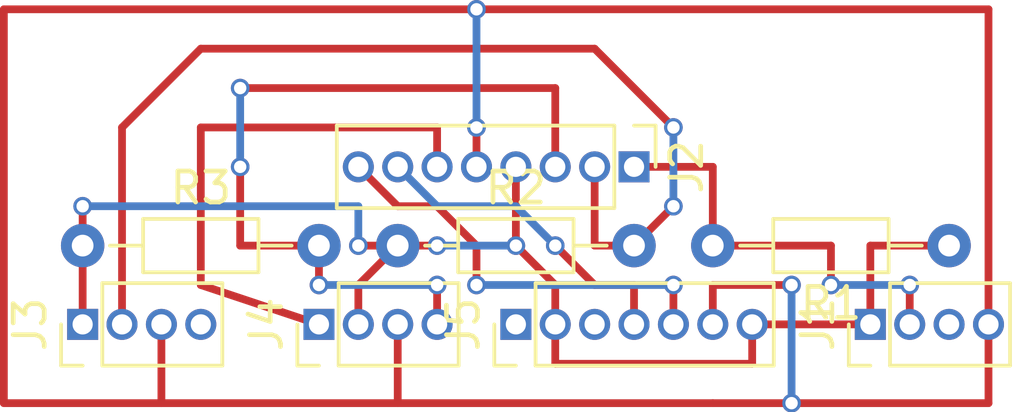
<source format=kicad_pcb>
(kicad_pcb (version 4) (host pcbnew 4.0.6)

  (general
    (links 21)
    (no_connects 0)
    (area 125.6 84.289999 160.25 98.590002)
    (thickness 1.6)
    (drawings 0)
    (tracks 93)
    (zones 0)
    (modules 8)
    (nets 9)
  )

  (page A4)
  (layers
    (0 F.Cu signal)
    (31 B.Cu signal)
    (32 B.Adhes user)
    (33 F.Adhes user)
    (34 B.Paste user)
    (35 F.Paste user)
    (36 B.SilkS user)
    (37 F.SilkS user hide)
    (38 B.Mask user)
    (39 F.Mask user hide)
    (40 Dwgs.User user)
    (41 Cmts.User user)
    (42 Eco1.User user)
    (43 Eco2.User user)
    (44 Edge.Cuts user)
    (45 Margin user)
    (46 B.CrtYd user)
    (47 F.CrtYd user)
    (48 B.Fab user hide)
    (49 F.Fab user hide)
  )

  (setup
    (last_trace_width 0.25)
    (trace_clearance 0.2)
    (zone_clearance 0.508)
    (zone_45_only no)
    (trace_min 0.2)
    (segment_width 0.2)
    (edge_width 0.15)
    (via_size 0.6)
    (via_drill 0.4)
    (via_min_size 0.4)
    (via_min_drill 0.3)
    (uvia_size 0.3)
    (uvia_drill 0.1)
    (uvias_allowed no)
    (uvia_min_size 0.2)
    (uvia_min_drill 0.1)
    (pcb_text_width 0.3)
    (pcb_text_size 1.5 1.5)
    (mod_edge_width 0.15)
    (mod_text_size 1 1)
    (mod_text_width 0.15)
    (pad_size 1.524 1.524)
    (pad_drill 0.762)
    (pad_to_mask_clearance 0.2)
    (aux_axis_origin 0 0)
    (visible_elements 7FFFFFFF)
    (pcbplotparams
      (layerselection 0x00030_80000001)
      (usegerberextensions false)
      (excludeedgelayer true)
      (linewidth 0.100000)
      (plotframeref false)
      (viasonmask false)
      (mode 1)
      (useauxorigin false)
      (hpglpennumber 1)
      (hpglpenspeed 20)
      (hpglpendiameter 15)
      (hpglpenoverlay 2)
      (psnegative false)
      (psa4output false)
      (plotreference true)
      (plotvalue true)
      (plotinvisibletext false)
      (padsonsilk false)
      (subtractmaskfromsilk false)
      (outputformat 1)
      (mirror false)
      (drillshape 1)
      (scaleselection 1)
      (outputdirectory ""))
  )

  (net 0 "")
  (net 1 /Data_DHT11)
  (net 2 /SCL)
  (net 3 /SDA)
  (net 4 +3V3)
  (net 5 GND)
  (net 6 "Net-(J2-Pad2)")
  (net 7 /DataSHT75)
  (net 8 "Net-(J2-Pad6)")

  (net_class Default "This is the default net class."
    (clearance 0.2)
    (trace_width 0.25)
    (via_dia 0.6)
    (via_drill 0.4)
    (uvia_dia 0.3)
    (uvia_drill 0.1)
    (add_net +3V3)
    (add_net /DataSHT75)
    (add_net /Data_DHT11)
    (add_net /SCL)
    (add_net /SDA)
    (add_net GND)
    (add_net "Net-(J2-Pad2)")
    (add_net "Net-(J2-Pad6)")
  )

  (module Pin_Headers:Pin_Header_Straight_1x08_Pitch1.27mm (layer F.Cu) (tedit 58CD4ED1) (tstamp 5963C9BB)
    (at 146.05 90.17 270)
    (descr "Through hole straight pin header, 1x08, 1.27mm pitch, single row")
    (tags "Through hole pin header THT 1x08 1.27mm single row")
    (path /5963BC06)
    (fp_text reference J2 (at 0 -1.695 270) (layer F.SilkS)
      (effects (font (size 1 1) (thickness 0.15)))
    )
    (fp_text value Arduino (at 0 10.585 270) (layer F.Fab)
      (effects (font (size 1 1) (thickness 0.15)))
    )
    (fp_line (start -1.27 -0.635) (end -1.27 9.525) (layer F.Fab) (width 0.1))
    (fp_line (start -1.27 9.525) (end 1.27 9.525) (layer F.Fab) (width 0.1))
    (fp_line (start 1.27 9.525) (end 1.27 -0.635) (layer F.Fab) (width 0.1))
    (fp_line (start 1.27 -0.635) (end -1.27 -0.635) (layer F.Fab) (width 0.1))
    (fp_line (start -1.33 0.635) (end -1.33 9.585) (layer F.SilkS) (width 0.12))
    (fp_line (start -1.33 9.585) (end 1.33 9.585) (layer F.SilkS) (width 0.12))
    (fp_line (start 1.33 9.585) (end 1.33 0.635) (layer F.SilkS) (width 0.12))
    (fp_line (start 1.33 0.635) (end -1.33 0.635) (layer F.SilkS) (width 0.12))
    (fp_line (start -1.33 0) (end -1.33 -0.695) (layer F.SilkS) (width 0.12))
    (fp_line (start -1.33 -0.695) (end 0 -0.695) (layer F.SilkS) (width 0.12))
    (fp_line (start -1.8 -1.15) (end -1.8 10.05) (layer F.CrtYd) (width 0.05))
    (fp_line (start -1.8 10.05) (end 1.8 10.05) (layer F.CrtYd) (width 0.05))
    (fp_line (start 1.8 10.05) (end 1.8 -1.15) (layer F.CrtYd) (width 0.05))
    (fp_line (start 1.8 -1.15) (end -1.8 -1.15) (layer F.CrtYd) (width 0.05))
    (fp_text user %R (at 0 -1.695 270) (layer F.Fab)
      (effects (font (size 1 1) (thickness 0.15)))
    )
    (pad 1 thru_hole rect (at 0 0 270) (size 1 1) (drill 0.65) (layers *.Cu *.Mask)
      (net 1 /Data_DHT11))
    (pad 2 thru_hole oval (at 0 1.27 270) (size 1 1) (drill 0.65) (layers *.Cu *.Mask)
      (net 6 "Net-(J2-Pad2)"))
    (pad 3 thru_hole oval (at 0 2.54 270) (size 1 1) (drill 0.65) (layers *.Cu *.Mask)
      (net 7 /DataSHT75))
    (pad 4 thru_hole oval (at 0 3.81 270) (size 1 1) (drill 0.65) (layers *.Cu *.Mask)
      (net 4 +3V3))
    (pad 5 thru_hole oval (at 0 5.08 270) (size 1 1) (drill 0.65) (layers *.Cu *.Mask)
      (net 5 GND))
    (pad 6 thru_hole oval (at 0 6.35 270) (size 1 1) (drill 0.65) (layers *.Cu *.Mask)
      (net 8 "Net-(J2-Pad6)"))
    (pad 7 thru_hole oval (at 0 7.62 270) (size 1 1) (drill 0.65) (layers *.Cu *.Mask)
      (net 3 /SDA))
    (pad 8 thru_hole oval (at 0 8.89 270) (size 1 1) (drill 0.65) (layers *.Cu *.Mask)
      (net 2 /SCL))
    (model ${KISYS3DMOD}/Pin_Headers.3dshapes/Pin_Header_Straight_1x08_Pitch1.27mm.wrl
      (at (xyz 0 0 0))
      (scale (xyz 1 1 1))
      (rotate (xyz 0 0 0))
    )
  )

  (module Resistors_THT:R_Axial_DIN0204_L3.6mm_D1.6mm_P7.62mm_Horizontal (layer F.Cu) (tedit 5874F706) (tstamp 5963C5C3)
    (at 156.21 92.71 180)
    (descr "Resistor, Axial_DIN0204 series, Axial, Horizontal, pin pitch=7.62mm, 0.16666666666666666W = 1/6W, length*diameter=3.6*1.6mm^2, http://cdn-reichelt.de/documents/datenblatt/B400/1_4W%23YAG.pdf")
    (tags "Resistor Axial_DIN0204 series Axial Horizontal pin pitch 7.62mm 0.16666666666666666W = 1/6W length 3.6mm diameter 1.6mm")
    (path /5963B018)
    (fp_text reference R1 (at 3.81 -1.86 180) (layer F.SilkS)
      (effects (font (size 1 1) (thickness 0.15)))
    )
    (fp_text value R (at 3.81 1.86 180) (layer F.Fab)
      (effects (font (size 1 1) (thickness 0.15)))
    )
    (fp_line (start 2.01 -0.8) (end 2.01 0.8) (layer F.Fab) (width 0.1))
    (fp_line (start 2.01 0.8) (end 5.61 0.8) (layer F.Fab) (width 0.1))
    (fp_line (start 5.61 0.8) (end 5.61 -0.8) (layer F.Fab) (width 0.1))
    (fp_line (start 5.61 -0.8) (end 2.01 -0.8) (layer F.Fab) (width 0.1))
    (fp_line (start 0 0) (end 2.01 0) (layer F.Fab) (width 0.1))
    (fp_line (start 7.62 0) (end 5.61 0) (layer F.Fab) (width 0.1))
    (fp_line (start 1.95 -0.86) (end 1.95 0.86) (layer F.SilkS) (width 0.12))
    (fp_line (start 1.95 0.86) (end 5.67 0.86) (layer F.SilkS) (width 0.12))
    (fp_line (start 5.67 0.86) (end 5.67 -0.86) (layer F.SilkS) (width 0.12))
    (fp_line (start 5.67 -0.86) (end 1.95 -0.86) (layer F.SilkS) (width 0.12))
    (fp_line (start 0.88 0) (end 1.95 0) (layer F.SilkS) (width 0.12))
    (fp_line (start 6.74 0) (end 5.67 0) (layer F.SilkS) (width 0.12))
    (fp_line (start -0.95 -1.15) (end -0.95 1.15) (layer F.CrtYd) (width 0.05))
    (fp_line (start -0.95 1.15) (end 8.6 1.15) (layer F.CrtYd) (width 0.05))
    (fp_line (start 8.6 1.15) (end 8.6 -1.15) (layer F.CrtYd) (width 0.05))
    (fp_line (start 8.6 -1.15) (end -0.95 -1.15) (layer F.CrtYd) (width 0.05))
    (pad 1 thru_hole circle (at 0 0 180) (size 1.4 1.4) (drill 0.7) (layers *.Cu *.Mask)
      (net 4 +3V3))
    (pad 2 thru_hole oval (at 7.62 0 180) (size 1.4 1.4) (drill 0.7) (layers *.Cu *.Mask)
      (net 1 /Data_DHT11))
    (model Resistors_THT.3dshapes/R_Axial_DIN0204_L3.6mm_D1.6mm_P7.62mm_Horizontal.wrl
      (at (xyz 0 0 0))
      (scale (xyz 0.393701 0.393701 0.393701))
      (rotate (xyz 0 0 0))
    )
  )

  (module Pin_Headers:Pin_Header_Straight_1x04_Pitch1.27mm (layer F.Cu) (tedit 58CD4ED0) (tstamp 5963C9A5)
    (at 153.67 95.25 90)
    (descr "Through hole straight pin header, 1x04, 1.27mm pitch, single row")
    (tags "Through hole pin header THT 1x04 1.27mm single row")
    (path /595D08DD)
    (fp_text reference J1 (at 0 -1.695 90) (layer F.SilkS)
      (effects (font (size 1 1) (thickness 0.15)))
    )
    (fp_text value "DHT 11" (at 0 5.505 90) (layer F.Fab)
      (effects (font (size 1 1) (thickness 0.15)))
    )
    (fp_line (start -1.27 -0.635) (end -1.27 4.445) (layer F.Fab) (width 0.1))
    (fp_line (start -1.27 4.445) (end 1.27 4.445) (layer F.Fab) (width 0.1))
    (fp_line (start 1.27 4.445) (end 1.27 -0.635) (layer F.Fab) (width 0.1))
    (fp_line (start 1.27 -0.635) (end -1.27 -0.635) (layer F.Fab) (width 0.1))
    (fp_line (start -1.33 0.635) (end -1.33 4.505) (layer F.SilkS) (width 0.12))
    (fp_line (start -1.33 4.505) (end 1.33 4.505) (layer F.SilkS) (width 0.12))
    (fp_line (start 1.33 4.505) (end 1.33 0.635) (layer F.SilkS) (width 0.12))
    (fp_line (start 1.33 0.635) (end -1.33 0.635) (layer F.SilkS) (width 0.12))
    (fp_line (start -1.33 0) (end -1.33 -0.695) (layer F.SilkS) (width 0.12))
    (fp_line (start -1.33 -0.695) (end 0 -0.695) (layer F.SilkS) (width 0.12))
    (fp_line (start -1.8 -1.15) (end -1.8 4.95) (layer F.CrtYd) (width 0.05))
    (fp_line (start -1.8 4.95) (end 1.8 4.95) (layer F.CrtYd) (width 0.05))
    (fp_line (start 1.8 4.95) (end 1.8 -1.15) (layer F.CrtYd) (width 0.05))
    (fp_line (start 1.8 -1.15) (end -1.8 -1.15) (layer F.CrtYd) (width 0.05))
    (fp_text user %R (at 0 -1.695 90) (layer F.Fab)
      (effects (font (size 1 1) (thickness 0.15)))
    )
    (pad 1 thru_hole rect (at 0 0 90) (size 1 1) (drill 0.65) (layers *.Cu *.Mask)
      (net 4 +3V3))
    (pad 2 thru_hole oval (at 0 1.27 90) (size 1 1) (drill 0.65) (layers *.Cu *.Mask)
      (net 1 /Data_DHT11))
    (pad 3 thru_hole oval (at 0 2.54 90) (size 1 1) (drill 0.65) (layers *.Cu *.Mask))
    (pad 4 thru_hole oval (at 0 3.81 90) (size 1 1) (drill 0.65) (layers *.Cu *.Mask)
      (net 5 GND))
    (model ${KISYS3DMOD}/Pin_Headers.3dshapes/Pin_Header_Straight_1x04_Pitch1.27mm.wrl
      (at (xyz 0 0 0))
      (scale (xyz 1 1 1))
      (rotate (xyz 0 0 0))
    )
  )

  (module Resistors_THT:R_Axial_DIN0204_L3.6mm_D1.6mm_P7.62mm_Horizontal (layer F.Cu) (tedit 5874F706) (tstamp 5963C5D9)
    (at 138.43 92.71)
    (descr "Resistor, Axial_DIN0204 series, Axial, Horizontal, pin pitch=7.62mm, 0.16666666666666666W = 1/6W, length*diameter=3.6*1.6mm^2, http://cdn-reichelt.de/documents/datenblatt/B400/1_4W%23YAG.pdf")
    (tags "Resistor Axial_DIN0204 series Axial Horizontal pin pitch 7.62mm 0.16666666666666666W = 1/6W length 3.6mm diameter 1.6mm")
    (path /5963B4BA)
    (fp_text reference R2 (at 3.81 -1.86) (layer F.SilkS)
      (effects (font (size 1 1) (thickness 0.15)))
    )
    (fp_text value R (at 3.81 1.86) (layer F.Fab)
      (effects (font (size 1 1) (thickness 0.15)))
    )
    (fp_line (start 2.01 -0.8) (end 2.01 0.8) (layer F.Fab) (width 0.1))
    (fp_line (start 2.01 0.8) (end 5.61 0.8) (layer F.Fab) (width 0.1))
    (fp_line (start 5.61 0.8) (end 5.61 -0.8) (layer F.Fab) (width 0.1))
    (fp_line (start 5.61 -0.8) (end 2.01 -0.8) (layer F.Fab) (width 0.1))
    (fp_line (start 0 0) (end 2.01 0) (layer F.Fab) (width 0.1))
    (fp_line (start 7.62 0) (end 5.61 0) (layer F.Fab) (width 0.1))
    (fp_line (start 1.95 -0.86) (end 1.95 0.86) (layer F.SilkS) (width 0.12))
    (fp_line (start 1.95 0.86) (end 5.67 0.86) (layer F.SilkS) (width 0.12))
    (fp_line (start 5.67 0.86) (end 5.67 -0.86) (layer F.SilkS) (width 0.12))
    (fp_line (start 5.67 -0.86) (end 1.95 -0.86) (layer F.SilkS) (width 0.12))
    (fp_line (start 0.88 0) (end 1.95 0) (layer F.SilkS) (width 0.12))
    (fp_line (start 6.74 0) (end 5.67 0) (layer F.SilkS) (width 0.12))
    (fp_line (start -0.95 -1.15) (end -0.95 1.15) (layer F.CrtYd) (width 0.05))
    (fp_line (start -0.95 1.15) (end 8.6 1.15) (layer F.CrtYd) (width 0.05))
    (fp_line (start 8.6 1.15) (end 8.6 -1.15) (layer F.CrtYd) (width 0.05))
    (fp_line (start 8.6 -1.15) (end -0.95 -1.15) (layer F.CrtYd) (width 0.05))
    (pad 1 thru_hole circle (at 0 0) (size 1.4 1.4) (drill 0.7) (layers *.Cu *.Mask)
      (net 4 +3V3))
    (pad 2 thru_hole oval (at 7.62 0) (size 1.4 1.4) (drill 0.7) (layers *.Cu *.Mask)
      (net 6 "Net-(J2-Pad2)"))
    (model Resistors_THT.3dshapes/R_Axial_DIN0204_L3.6mm_D1.6mm_P7.62mm_Horizontal.wrl
      (at (xyz 0 0 0))
      (scale (xyz 0.393701 0.393701 0.393701))
      (rotate (xyz 0 0 0))
    )
  )

  (module Pin_Headers:Pin_Header_Straight_1x04_Pitch1.27mm (layer F.Cu) (tedit 58CD4ED0) (tstamp 5963C9EB)
    (at 135.89 95.25 90)
    (descr "Through hole straight pin header, 1x04, 1.27mm pitch, single row")
    (tags "Through hole pin header THT 1x04 1.27mm single row")
    (path /595D098A)
    (fp_text reference J4 (at 0 -1.695 90) (layer F.SilkS)
      (effects (font (size 1 1) (thickness 0.15)))
    )
    (fp_text value "SHT 75" (at 0 5.505 90) (layer F.Fab)
      (effects (font (size 1 1) (thickness 0.15)))
    )
    (fp_line (start -1.27 -0.635) (end -1.27 4.445) (layer F.Fab) (width 0.1))
    (fp_line (start -1.27 4.445) (end 1.27 4.445) (layer F.Fab) (width 0.1))
    (fp_line (start 1.27 4.445) (end 1.27 -0.635) (layer F.Fab) (width 0.1))
    (fp_line (start 1.27 -0.635) (end -1.27 -0.635) (layer F.Fab) (width 0.1))
    (fp_line (start -1.33 0.635) (end -1.33 4.505) (layer F.SilkS) (width 0.12))
    (fp_line (start -1.33 4.505) (end 1.33 4.505) (layer F.SilkS) (width 0.12))
    (fp_line (start 1.33 4.505) (end 1.33 0.635) (layer F.SilkS) (width 0.12))
    (fp_line (start 1.33 0.635) (end -1.33 0.635) (layer F.SilkS) (width 0.12))
    (fp_line (start -1.33 0) (end -1.33 -0.695) (layer F.SilkS) (width 0.12))
    (fp_line (start -1.33 -0.695) (end 0 -0.695) (layer F.SilkS) (width 0.12))
    (fp_line (start -1.8 -1.15) (end -1.8 4.95) (layer F.CrtYd) (width 0.05))
    (fp_line (start -1.8 4.95) (end 1.8 4.95) (layer F.CrtYd) (width 0.05))
    (fp_line (start 1.8 4.95) (end 1.8 -1.15) (layer F.CrtYd) (width 0.05))
    (fp_line (start 1.8 -1.15) (end -1.8 -1.15) (layer F.CrtYd) (width 0.05))
    (fp_text user %R (at 0 -1.695 90) (layer F.Fab)
      (effects (font (size 1 1) (thickness 0.15)))
    )
    (pad 1 thru_hole rect (at 0 0 90) (size 1 1) (drill 0.65) (layers *.Cu *.Mask)
      (net 8 "Net-(J2-Pad6)"))
    (pad 2 thru_hole oval (at 0 1.27 90) (size 1 1) (drill 0.65) (layers *.Cu *.Mask)
      (net 4 +3V3))
    (pad 3 thru_hole oval (at 0 2.54 90) (size 1 1) (drill 0.65) (layers *.Cu *.Mask)
      (net 5 GND))
    (pad 4 thru_hole oval (at 0 3.81 90) (size 1 1) (drill 0.65) (layers *.Cu *.Mask)
      (net 7 /DataSHT75))
    (model ${KISYS3DMOD}/Pin_Headers.3dshapes/Pin_Header_Straight_1x04_Pitch1.27mm.wrl
      (at (xyz 0 0 0))
      (scale (xyz 1 1 1))
      (rotate (xyz 0 0 0))
    )
  )

  (module Pin_Headers:Pin_Header_Straight_1x07_Pitch1.27mm (layer F.Cu) (tedit 58CD4ED0) (tstamp 5963CA01)
    (at 142.24 95.25 90)
    (descr "Through hole straight pin header, 1x07, 1.27mm pitch, single row")
    (tags "Through hole pin header THT 1x07 1.27mm single row")
    (path /595D421D)
    (fp_text reference J5 (at 0 -1.695 90) (layer F.SilkS)
      (effects (font (size 1 1) (thickness 0.15)))
    )
    (fp_text value "SHT 31" (at 0 9.315 90) (layer F.Fab)
      (effects (font (size 1 1) (thickness 0.15)))
    )
    (fp_line (start -1.27 -0.635) (end -1.27 8.255) (layer F.Fab) (width 0.1))
    (fp_line (start -1.27 8.255) (end 1.27 8.255) (layer F.Fab) (width 0.1))
    (fp_line (start 1.27 8.255) (end 1.27 -0.635) (layer F.Fab) (width 0.1))
    (fp_line (start 1.27 -0.635) (end -1.27 -0.635) (layer F.Fab) (width 0.1))
    (fp_line (start -1.33 0.635) (end -1.33 8.315) (layer F.SilkS) (width 0.12))
    (fp_line (start -1.33 8.315) (end 1.33 8.315) (layer F.SilkS) (width 0.12))
    (fp_line (start 1.33 8.315) (end 1.33 0.635) (layer F.SilkS) (width 0.12))
    (fp_line (start 1.33 0.635) (end -1.33 0.635) (layer F.SilkS) (width 0.12))
    (fp_line (start -1.33 0) (end -1.33 -0.695) (layer F.SilkS) (width 0.12))
    (fp_line (start -1.33 -0.695) (end 0 -0.695) (layer F.SilkS) (width 0.12))
    (fp_line (start -1.8 -1.15) (end -1.8 8.8) (layer F.CrtYd) (width 0.05))
    (fp_line (start -1.8 8.8) (end 1.8 8.8) (layer F.CrtYd) (width 0.05))
    (fp_line (start 1.8 8.8) (end 1.8 -1.15) (layer F.CrtYd) (width 0.05))
    (fp_line (start 1.8 -1.15) (end -1.8 -1.15) (layer F.CrtYd) (width 0.05))
    (fp_text user %R (at 0 -1.695 90) (layer F.Fab)
      (effects (font (size 1 1) (thickness 0.15)))
    )
    (pad 1 thru_hole rect (at 0 0 90) (size 1 1) (drill 0.65) (layers *.Cu *.Mask))
    (pad 2 thru_hole oval (at 0 1.27 90) (size 1 1) (drill 0.65) (layers *.Cu *.Mask)
      (net 4 +3V3))
    (pad 3 thru_hole oval (at 0 2.54 90) (size 1 1) (drill 0.65) (layers *.Cu *.Mask))
    (pad 4 thru_hole oval (at 0 3.81 90) (size 1 1) (drill 0.65) (layers *.Cu *.Mask)
      (net 3 /SDA))
    (pad 5 thru_hole oval (at 0 5.08 90) (size 1 1) (drill 0.65) (layers *.Cu *.Mask)
      (net 2 /SCL))
    (pad 6 thru_hole oval (at 0 6.35 90) (size 1 1) (drill 0.65) (layers *.Cu *.Mask)
      (net 5 GND))
    (pad 7 thru_hole oval (at 0 7.62 90) (size 1 1) (drill 0.65) (layers *.Cu *.Mask)
      (net 4 +3V3))
    (model ${KISYS3DMOD}/Pin_Headers.3dshapes/Pin_Header_Straight_1x07_Pitch1.27mm.wrl
      (at (xyz 0 0 0))
      (scale (xyz 1 1 1))
      (rotate (xyz 0 0 0))
    )
  )

  (module Resistors_THT:R_Axial_DIN0204_L3.6mm_D1.6mm_P7.62mm_Horizontal (layer F.Cu) (tedit 5874F706) (tstamp 5963C5EF)
    (at 128.27 92.71)
    (descr "Resistor, Axial_DIN0204 series, Axial, Horizontal, pin pitch=7.62mm, 0.16666666666666666W = 1/6W, length*diameter=3.6*1.6mm^2, http://cdn-reichelt.de/documents/datenblatt/B400/1_4W%23YAG.pdf")
    (tags "Resistor Axial_DIN0204 series Axial Horizontal pin pitch 7.62mm 0.16666666666666666W = 1/6W length 3.6mm diameter 1.6mm")
    (path /595D19A6)
    (fp_text reference R3 (at 3.81 -1.86) (layer F.SilkS)
      (effects (font (size 1 1) (thickness 0.15)))
    )
    (fp_text value 10K (at 3.81 1.86) (layer F.Fab)
      (effects (font (size 1 1) (thickness 0.15)))
    )
    (fp_line (start 2.01 -0.8) (end 2.01 0.8) (layer F.Fab) (width 0.1))
    (fp_line (start 2.01 0.8) (end 5.61 0.8) (layer F.Fab) (width 0.1))
    (fp_line (start 5.61 0.8) (end 5.61 -0.8) (layer F.Fab) (width 0.1))
    (fp_line (start 5.61 -0.8) (end 2.01 -0.8) (layer F.Fab) (width 0.1))
    (fp_line (start 0 0) (end 2.01 0) (layer F.Fab) (width 0.1))
    (fp_line (start 7.62 0) (end 5.61 0) (layer F.Fab) (width 0.1))
    (fp_line (start 1.95 -0.86) (end 1.95 0.86) (layer F.SilkS) (width 0.12))
    (fp_line (start 1.95 0.86) (end 5.67 0.86) (layer F.SilkS) (width 0.12))
    (fp_line (start 5.67 0.86) (end 5.67 -0.86) (layer F.SilkS) (width 0.12))
    (fp_line (start 5.67 -0.86) (end 1.95 -0.86) (layer F.SilkS) (width 0.12))
    (fp_line (start 0.88 0) (end 1.95 0) (layer F.SilkS) (width 0.12))
    (fp_line (start 6.74 0) (end 5.67 0) (layer F.SilkS) (width 0.12))
    (fp_line (start -0.95 -1.15) (end -0.95 1.15) (layer F.CrtYd) (width 0.05))
    (fp_line (start -0.95 1.15) (end 8.6 1.15) (layer F.CrtYd) (width 0.05))
    (fp_line (start 8.6 1.15) (end 8.6 -1.15) (layer F.CrtYd) (width 0.05))
    (fp_line (start 8.6 -1.15) (end -0.95 -1.15) (layer F.CrtYd) (width 0.05))
    (pad 1 thru_hole circle (at 0 0) (size 1.4 1.4) (drill 0.7) (layers *.Cu *.Mask)
      (net 4 +3V3))
    (pad 2 thru_hole oval (at 7.62 0) (size 1.4 1.4) (drill 0.7) (layers *.Cu *.Mask)
      (net 7 /DataSHT75))
    (model Resistors_THT.3dshapes/R_Axial_DIN0204_L3.6mm_D1.6mm_P7.62mm_Horizontal.wrl
      (at (xyz 0 0 0))
      (scale (xyz 0.393701 0.393701 0.393701))
      (rotate (xyz 0 0 0))
    )
  )

  (module Pin_Headers:Pin_Header_Straight_1x04_Pitch1.27mm (layer F.Cu) (tedit 58CD4ED0) (tstamp 5963C9D5)
    (at 128.27 95.25 90)
    (descr "Through hole straight pin header, 1x04, 1.27mm pitch, single row")
    (tags "Through hole pin header THT 1x04 1.27mm single row")
    (path /595D0957)
    (fp_text reference J3 (at 0 -1.695 90) (layer F.SilkS)
      (effects (font (size 1 1) (thickness 0.15)))
    )
    (fp_text value "DHT 22" (at 0 5.505 90) (layer F.Fab)
      (effects (font (size 1 1) (thickness 0.15)))
    )
    (fp_line (start -1.27 -0.635) (end -1.27 4.445) (layer F.Fab) (width 0.1))
    (fp_line (start -1.27 4.445) (end 1.27 4.445) (layer F.Fab) (width 0.1))
    (fp_line (start 1.27 4.445) (end 1.27 -0.635) (layer F.Fab) (width 0.1))
    (fp_line (start 1.27 -0.635) (end -1.27 -0.635) (layer F.Fab) (width 0.1))
    (fp_line (start -1.33 0.635) (end -1.33 4.505) (layer F.SilkS) (width 0.12))
    (fp_line (start -1.33 4.505) (end 1.33 4.505) (layer F.SilkS) (width 0.12))
    (fp_line (start 1.33 4.505) (end 1.33 0.635) (layer F.SilkS) (width 0.12))
    (fp_line (start 1.33 0.635) (end -1.33 0.635) (layer F.SilkS) (width 0.12))
    (fp_line (start -1.33 0) (end -1.33 -0.695) (layer F.SilkS) (width 0.12))
    (fp_line (start -1.33 -0.695) (end 0 -0.695) (layer F.SilkS) (width 0.12))
    (fp_line (start -1.8 -1.15) (end -1.8 4.95) (layer F.CrtYd) (width 0.05))
    (fp_line (start -1.8 4.95) (end 1.8 4.95) (layer F.CrtYd) (width 0.05))
    (fp_line (start 1.8 4.95) (end 1.8 -1.15) (layer F.CrtYd) (width 0.05))
    (fp_line (start 1.8 -1.15) (end -1.8 -1.15) (layer F.CrtYd) (width 0.05))
    (fp_text user %R (at 0 -1.695 90) (layer F.Fab)
      (effects (font (size 1 1) (thickness 0.15)))
    )
    (pad 1 thru_hole rect (at 0 0 90) (size 1 1) (drill 0.65) (layers *.Cu *.Mask)
      (net 4 +3V3))
    (pad 2 thru_hole oval (at 0 1.27 90) (size 1 1) (drill 0.65) (layers *.Cu *.Mask)
      (net 6 "Net-(J2-Pad2)"))
    (pad 3 thru_hole oval (at 0 2.54 90) (size 1 1) (drill 0.65) (layers *.Cu *.Mask)
      (net 5 GND))
    (pad 4 thru_hole oval (at 0 3.81 90) (size 1 1) (drill 0.65) (layers *.Cu *.Mask))
    (model ${KISYS3DMOD}/Pin_Headers.3dshapes/Pin_Header_Straight_1x04_Pitch1.27mm.wrl
      (at (xyz 0 0 0))
      (scale (xyz 1 1 1))
      (rotate (xyz 0 0 0))
    )
  )

  (segment (start 152.4 93.98) (end 154.94 93.98) (width 0.25) (layer B.Cu) (net 1) (tstamp 5964C770))
  (via (at 152.4 93.98) (size 0.6) (drill 0.4) (layers F.Cu B.Cu) (net 1))
  (segment (start 152.4 92.71) (end 152.4 93.98) (width 0.25) (layer F.Cu) (net 1) (tstamp 5964C76A))
  (segment (start 148.59 92.71) (end 152.4 92.71) (width 0.25) (layer F.Cu) (net 1))
  (via (at 154.94 93.98) (size 0.6) (drill 0.4) (layers F.Cu B.Cu) (net 1))
  (segment (start 154.94 93.98) (end 154.94 95.25) (width 0.25) (layer F.Cu) (net 1))
  (segment (start 148.59 92.71) (end 148.59 90.17) (width 0.25) (layer F.Cu) (net 1))
  (segment (start 148.59 90.17) (end 146.05 90.17) (width 0.25) (layer F.Cu) (net 1) (tstamp 5963D49E))
  (segment (start 139.7 91.44) (end 138.43 91.44) (width 0.25) (layer F.Cu) (net 2) (tstamp 5964C66D))
  (segment (start 147.32 95.25) (end 147.32 93.98) (width 0.25) (layer F.Cu) (net 2))
  (via (at 147.32 93.98) (size 0.6) (drill 0.4) (layers F.Cu B.Cu) (net 2))
  (segment (start 147.32 93.98) (end 140.97 93.98) (width 0.25) (layer B.Cu) (net 2) (tstamp 5964C65D))
  (via (at 140.97 93.98) (size 0.6) (drill 0.4) (layers F.Cu B.Cu) (net 2))
  (segment (start 140.97 93.98) (end 140.97 92.71) (width 0.25) (layer F.Cu) (net 2) (tstamp 5964C669))
  (segment (start 140.97 92.71) (end 139.7 91.44) (width 0.25) (layer F.Cu) (net 2) (tstamp 5964C66A))
  (segment (start 138.43 91.44) (end 137.16 90.17) (width 0.25) (layer F.Cu) (net 2) (tstamp 5964C674))
  (segment (start 142.24 91.44) (end 139.7 91.44) (width 0.25) (layer B.Cu) (net 3) (tstamp 5963D563))
  (segment (start 139.7 91.44) (end 138.43 90.17) (width 0.25) (layer B.Cu) (net 3) (tstamp 5963D569))
  (segment (start 146.05 93.98) (end 144.78 93.98) (width 0.25) (layer F.Cu) (net 3) (tstamp 5963D55D))
  (segment (start 144.78 93.98) (end 143.51 92.71) (width 0.25) (layer F.Cu) (net 3) (tstamp 5963D55E))
  (via (at 143.51 92.71) (size 0.6) (drill 0.4) (layers F.Cu B.Cu) (net 3))
  (segment (start 143.51 92.71) (end 142.24 91.44) (width 0.25) (layer B.Cu) (net 3) (tstamp 5963D562))
  (segment (start 146.05 93.98) (end 146.05 95.25) (width 0.25) (layer F.Cu) (net 3))
  (segment (start 138.43 92.71) (end 137.16 92.71) (width 0.25) (layer F.Cu) (net 4))
  (segment (start 128.27 91.44) (end 128.27 92.71) (width 0.25) (layer F.Cu) (net 4) (tstamp 5964ABD4))
  (via (at 128.27 91.44) (size 0.6) (drill 0.4) (layers F.Cu B.Cu) (net 4))
  (segment (start 137.16 91.44) (end 128.27 91.44) (width 0.25) (layer B.Cu) (net 4) (tstamp 5964ABC2))
  (segment (start 137.16 92.71) (end 137.16 91.44) (width 0.25) (layer B.Cu) (net 4) (tstamp 5964ABC1))
  (via (at 137.16 92.71) (size 0.6) (drill 0.4) (layers F.Cu B.Cu) (net 4))
  (segment (start 138.43 92.71) (end 139.7 92.71) (width 0.25) (layer F.Cu) (net 4))
  (via (at 142.24 92.71) (size 0.6) (drill 0.4) (layers F.Cu B.Cu) (net 4))
  (segment (start 139.7 92.71) (end 142.24 92.71) (width 0.25) (layer B.Cu) (net 4) (tstamp 5964A843))
  (via (at 139.7 92.71) (size 0.6) (drill 0.4) (layers F.Cu B.Cu) (net 4))
  (segment (start 128.27 95.25) (end 128.27 92.71) (width 0.25) (layer F.Cu) (net 4))
  (segment (start 142.24 90.17) (end 142.24 92.71) (width 0.25) (layer F.Cu) (net 4))
  (segment (start 143.51 95.25) (end 143.51 93.98) (width 0.25) (layer F.Cu) (net 4))
  (segment (start 143.51 93.98) (end 142.24 92.71) (width 0.25) (layer F.Cu) (net 4) (tstamp 5963D510))
  (segment (start 138.43 92.71) (end 137.16 93.98) (width 0.25) (layer F.Cu) (net 4))
  (segment (start 137.16 93.98) (end 137.16 95.25) (width 0.25) (layer F.Cu) (net 4) (tstamp 5963D4F9))
  (segment (start 143.51 95.25) (end 143.51 96.52) (width 0.25) (layer F.Cu) (net 4))
  (segment (start 149.86 96.52) (end 149.86 95.25) (width 0.25) (layer F.Cu) (net 4) (tstamp 5963D4BD))
  (segment (start 143.51 96.52) (end 149.86 96.52) (width 0.25) (layer F.Cu) (net 4) (tstamp 5963D4BC))
  (segment (start 153.67 95.25) (end 149.86 95.25) (width 0.25) (layer F.Cu) (net 4))
  (segment (start 156.21 92.71) (end 153.67 92.71) (width 0.25) (layer F.Cu) (net 4))
  (segment (start 153.67 92.71) (end 153.67 95.25) (width 0.25) (layer F.Cu) (net 4) (tstamp 5963D4A1))
  (segment (start 140.97 90.17) (end 140.97 88.9) (width 0.25) (layer F.Cu) (net 5))
  (via (at 140.97 85.09) (size 0.6) (drill 0.4) (layers F.Cu B.Cu) (net 5))
  (segment (start 140.97 88.9) (end 140.97 85.09) (width 0.25) (layer B.Cu) (net 5) (tstamp 5964C7CF))
  (via (at 140.97 88.9) (size 0.6) (drill 0.4) (layers F.Cu B.Cu) (net 5))
  (segment (start 148.59 95.25) (end 148.59 93.98) (width 0.25) (layer F.Cu) (net 5))
  (via (at 151.13 97.79) (size 0.6) (drill 0.4) (layers F.Cu B.Cu) (net 5))
  (segment (start 151.13 93.98) (end 151.13 97.79) (width 0.25) (layer B.Cu) (net 5) (tstamp 5964C632))
  (via (at 151.13 93.98) (size 0.6) (drill 0.4) (layers F.Cu B.Cu) (net 5))
  (segment (start 148.59 93.98) (end 151.13 93.98) (width 0.25) (layer F.Cu) (net 5) (tstamp 5964C62D))
  (segment (start 130.81 95.25) (end 130.81 97.79) (width 0.25) (layer F.Cu) (net 5))
  (segment (start 157.48 95.25) (end 157.48 85.09) (width 0.25) (layer F.Cu) (net 5))
  (segment (start 157.48 85.09) (end 140.97 85.09) (width 0.25) (layer F.Cu) (net 5) (tstamp 5963D532))
  (segment (start 125.73 97.79) (end 130.81 97.79) (width 0.25) (layer F.Cu) (net 5) (tstamp 5963D538))
  (segment (start 140.97 85.09) (end 125.73 85.09) (width 0.25) (layer F.Cu) (net 5) (tstamp 5963D54C))
  (segment (start 125.73 85.09) (end 125.73 97.79) (width 0.25) (layer F.Cu) (net 5) (tstamp 5963D535))
  (segment (start 130.81 97.79) (end 138.43 97.79) (width 0.25) (layer F.Cu) (net 5) (tstamp 5963D543))
  (segment (start 148.59 97.79) (end 138.43 97.79) (width 0.25) (layer F.Cu) (net 5))
  (segment (start 138.43 97.79) (end 138.43 95.25) (width 0.25) (layer F.Cu) (net 5) (tstamp 5963D4EC))
  (segment (start 157.48 97.79) (end 157.48 95.25) (width 0.25) (layer F.Cu) (net 5) (tstamp 5963D4E3))
  (segment (start 148.59 97.79) (end 151.13 97.79) (width 0.25) (layer F.Cu) (net 5) (tstamp 5963D4E2))
  (segment (start 151.13 97.79) (end 157.48 97.79) (width 0.25) (layer F.Cu) (net 5) (tstamp 5964C639))
  (via (at 140.97 90.17) (size 0.6) (drill 0.4) (layers F.Cu B.Cu) (net 5))
  (segment (start 147.32 91.44) (end 147.32 88.9) (width 0.25) (layer B.Cu) (net 6) (tstamp 5964C704))
  (via (at 147.32 91.44) (size 0.6) (drill 0.4) (layers F.Cu B.Cu) (net 6))
  (segment (start 146.05 92.71) (end 147.32 91.44) (width 0.25) (layer F.Cu) (net 6))
  (via (at 147.32 88.9) (size 0.6) (drill 0.4) (layers F.Cu B.Cu) (net 6))
  (segment (start 147.32 88.9) (end 144.78 86.36) (width 0.25) (layer F.Cu) (net 6) (tstamp 5963D806))
  (segment (start 144.78 86.36) (end 132.08 86.36) (width 0.25) (layer F.Cu) (net 6) (tstamp 5963D807))
  (segment (start 132.08 86.36) (end 129.54 88.9) (width 0.25) (layer F.Cu) (net 6) (tstamp 5963D80F))
  (segment (start 129.54 88.9) (end 129.54 95.25) (width 0.25) (layer F.Cu) (net 6) (tstamp 5963D812))
  (segment (start 146.05 92.71) (end 144.78 92.71) (width 0.25) (layer F.Cu) (net 6))
  (segment (start 144.78 92.71) (end 144.78 90.17) (width 0.25) (layer F.Cu) (net 6) (tstamp 5963D519))
  (segment (start 135.89 92.71) (end 133.35 92.71) (width 0.25) (layer F.Cu) (net 7))
  (segment (start 143.51 87.63) (end 133.35 87.63) (width 0.25) (layer F.Cu) (net 7) (tstamp 5963D74F))
  (segment (start 143.51 87.63) (end 143.51 90.17) (width 0.25) (layer F.Cu) (net 7))
  (segment (start 133.35 90.17) (end 133.35 87.63) (width 0.25) (layer B.Cu) (net 7) (tstamp 5964A7BB))
  (via (at 133.35 87.63) (size 0.6) (drill 0.4) (layers F.Cu B.Cu) (net 7))
  (via (at 133.35 90.17) (size 0.6) (drill 0.4) (layers F.Cu B.Cu) (net 7))
  (segment (start 133.35 92.71) (end 133.35 90.17) (width 0.25) (layer F.Cu) (net 7) (tstamp 5964ABAF))
  (segment (start 135.89 92.71) (end 135.89 93.98) (width 0.25) (layer F.Cu) (net 7))
  (segment (start 139.7 93.98) (end 139.7 95.25) (width 0.25) (layer F.Cu) (net 7) (tstamp 5964A81E))
  (via (at 139.7 93.98) (size 0.6) (drill 0.4) (layers F.Cu B.Cu) (net 7))
  (segment (start 135.89 93.98) (end 139.7 93.98) (width 0.25) (layer B.Cu) (net 7) (tstamp 5964A819))
  (via (at 135.89 93.98) (size 0.6) (drill 0.4) (layers F.Cu B.Cu) (net 7))
  (segment (start 139.7 90.17) (end 139.7 88.9) (width 0.25) (layer F.Cu) (net 8))
  (segment (start 132.08 93.98) (end 135.89 95.25) (width 0.25) (layer F.Cu) (net 8) (tstamp 5963D5F0))
  (segment (start 132.08 88.9) (end 132.08 93.98) (width 0.25) (layer F.Cu) (net 8) (tstamp 5963D5EE))
  (segment (start 139.7 88.9) (end 132.08 88.9) (width 0.25) (layer F.Cu) (net 8) (tstamp 5963D5ED))

)

</source>
